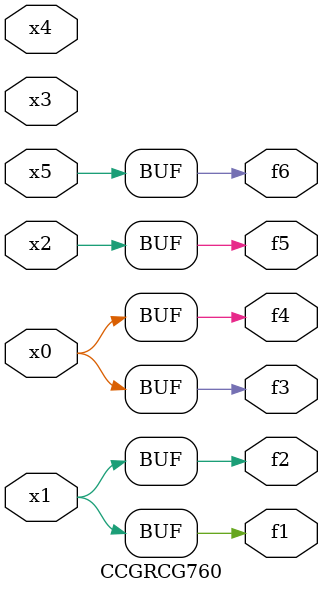
<source format=v>
module CCGRCG760(
	input x0, x1, x2, x3, x4, x5,
	output f1, f2, f3, f4, f5, f6
);
	assign f1 = x1;
	assign f2 = x1;
	assign f3 = x0;
	assign f4 = x0;
	assign f5 = x2;
	assign f6 = x5;
endmodule

</source>
